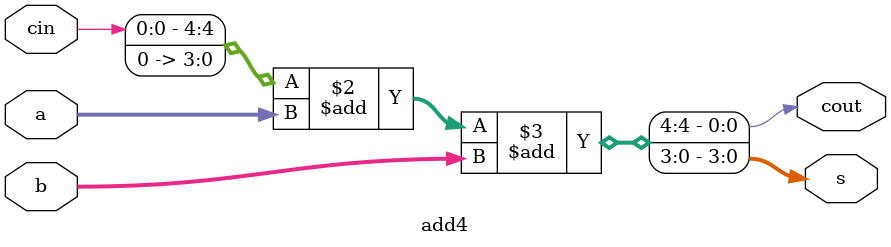
<source format=v>


module add4(input [3:0]  a, b,
	    input 	 cin,
	    output [3:0] s,
	    output 	 cout);
		 
		 assign {cout,s}=(cin<<4)+a+b;
		 

endmodule // add4

</source>
